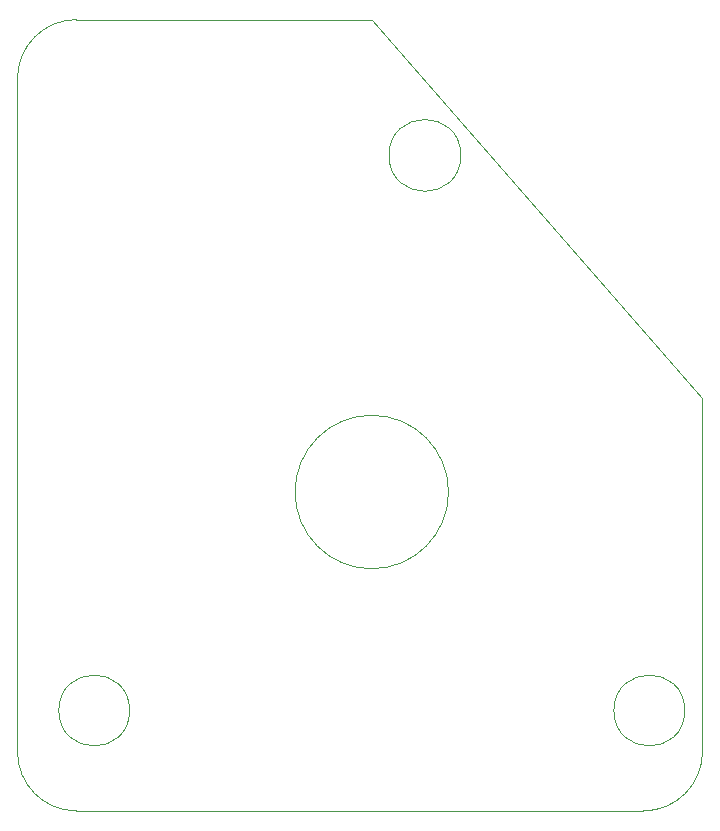
<source format=gm1>
G04 #@! TF.GenerationSoftware,KiCad,Pcbnew,5.1.10-88a1d61d58~88~ubuntu18.04.1*
G04 #@! TF.CreationDate,2024-08-03T23:10:31-04:00*
G04 #@! TF.ProjectId,238-capstan,3233382d-6361-4707-9374-616e2e6b6963,rev?*
G04 #@! TF.SameCoordinates,Original*
G04 #@! TF.FileFunction,Profile,NP*
%FSLAX46Y46*%
G04 Gerber Fmt 4.6, Leading zero omitted, Abs format (unit mm)*
G04 Created by KiCad (PCBNEW 5.1.10-88a1d61d58~88~ubuntu18.04.1) date 2024-08-03 23:10:31*
%MOMM*%
%LPD*%
G01*
G04 APERTURE LIST*
G04 #@! TA.AperFunction,Profile*
%ADD10C,0.050000*%
G04 #@! TD*
G04 APERTURE END LIST*
D10*
X174500000Y-108500000D02*
G75*
G03*
X174500000Y-108500000I-3000000J0D01*
G01*
X127500000Y-108500000D02*
G75*
G03*
X127500000Y-108500000I-3000000J0D01*
G01*
X155541381Y-61500000D02*
G75*
G03*
X155541381Y-61500000I-3041381J0D01*
G01*
X154500000Y-90000000D02*
G75*
G03*
X154500000Y-90000000I-6500000J0D01*
G01*
X123000000Y-50000000D02*
X148000000Y-50000000D01*
X176000000Y-112000000D02*
G75*
G02*
X171000000Y-117000000I-5000000J0D01*
G01*
X123000000Y-117000000D02*
G75*
G02*
X118000000Y-112000000I0J5000000D01*
G01*
X118000000Y-55000000D02*
G75*
G02*
X123000000Y-50000000I5000000J0D01*
G01*
X176000000Y-82000000D02*
X148000000Y-50000000D01*
X176000000Y-112000000D02*
X176000000Y-82000000D01*
X123000000Y-117000000D02*
X171000000Y-117000000D01*
X118000000Y-55000000D02*
X118000000Y-112000000D01*
M02*

</source>
